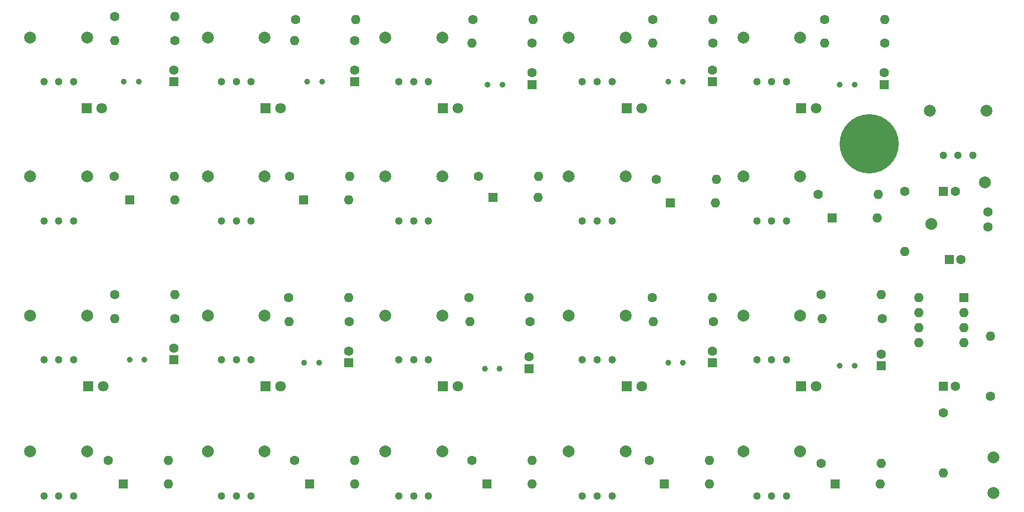
<source format=gbr>
%TF.GenerationSoftware,KiCad,Pcbnew,8.0.7*%
%TF.CreationDate,2025-01-19T09:45:11-05:00*%
%TF.ProjectId,drone_ting,64726f6e-655f-4746-996e-672e6b696361,rev?*%
%TF.SameCoordinates,Original*%
%TF.FileFunction,Soldermask,Bot*%
%TF.FilePolarity,Negative*%
%FSLAX46Y46*%
G04 Gerber Fmt 4.6, Leading zero omitted, Abs format (unit mm)*
G04 Created by KiCad (PCBNEW 8.0.7) date 2025-01-19 09:45:11*
%MOMM*%
%LPD*%
G01*
G04 APERTURE LIST*
%ADD10R,1.800000X1.800000*%
%ADD11C,1.800000*%
%ADD12C,2.000000*%
%ADD13C,1.300000*%
%ADD14C,10.000000*%
%ADD15C,1.600000*%
%ADD16O,1.600000X1.600000*%
%ADD17C,1.000000*%
%ADD18R,1.600000X1.600000*%
G04 APERTURE END LIST*
D10*
%TO.C,D2*%
X53960000Y-99000000D03*
D11*
X56500000Y-99000000D03*
%TD*%
D10*
%TO.C,D22*%
X174460000Y-99000000D03*
D11*
X177000000Y-99000000D03*
%TD*%
D12*
%TO.C,REF\u002A\u002A*%
X207000000Y-111000000D03*
%TD*%
D13*
%TO.C,RV7*%
X76500000Y-47500000D03*
X79000000Y-47500000D03*
X81500000Y-47500000D03*
D12*
X74200000Y-40000000D03*
X83800000Y-40000000D03*
%TD*%
D13*
%TO.C,RV13*%
X106500000Y-47500000D03*
X109000000Y-47500000D03*
X111500000Y-47500000D03*
D12*
X104200000Y-40000000D03*
X113800000Y-40000000D03*
%TD*%
D13*
%TO.C,RV24*%
X167000000Y-71000000D03*
X169500000Y-71000000D03*
X172000000Y-71000000D03*
D12*
X164700000Y-63500000D03*
X174300000Y-63500000D03*
%TD*%
D13*
%TO.C,RV18*%
X137500000Y-94500000D03*
X140000000Y-94500000D03*
X142500000Y-94500000D03*
D12*
X135200000Y-87000000D03*
X144800000Y-87000000D03*
%TD*%
D13*
%TO.C,RV16*%
X106500000Y-117500000D03*
X109000000Y-117500000D03*
X111500000Y-117500000D03*
D12*
X104200000Y-110000000D03*
X113800000Y-110000000D03*
%TD*%
D13*
%TO.C,RV15*%
X106500000Y-71000000D03*
X109000000Y-71000000D03*
X111500000Y-71000000D03*
D12*
X104200000Y-63500000D03*
X113800000Y-63500000D03*
%TD*%
D10*
%TO.C,D7*%
X83960000Y-52000000D03*
D11*
X86500000Y-52000000D03*
%TD*%
D13*
%TO.C,RV14*%
X106500000Y-94500000D03*
X109000000Y-94500000D03*
X111500000Y-94500000D03*
D12*
X104200000Y-87000000D03*
X113800000Y-87000000D03*
%TD*%
D13*
%TO.C,RV17*%
X137500000Y-47500000D03*
X140000000Y-47500000D03*
X142500000Y-47500000D03*
D12*
X135200000Y-40000000D03*
X144800000Y-40000000D03*
%TD*%
D10*
%TO.C,D1*%
X53728872Y-52000000D03*
D11*
X56268872Y-52000000D03*
%TD*%
D12*
%TO.C,REF\u002A\u002A*%
X205500000Y-64500000D03*
%TD*%
D10*
%TO.C,D13*%
X113960000Y-52000000D03*
D11*
X116500000Y-52000000D03*
%TD*%
D13*
%TO.C,RV2*%
X46500000Y-94500000D03*
X49000000Y-94500000D03*
X51500000Y-94500000D03*
D12*
X44200000Y-87000000D03*
X53800000Y-87000000D03*
%TD*%
D10*
%TO.C,D14*%
X113960000Y-99000000D03*
D11*
X116500000Y-99000000D03*
%TD*%
D12*
%TO.C,REF\u002A\u002A*%
X196500000Y-71500000D03*
%TD*%
D10*
%TO.C,D21*%
X174500000Y-52000000D03*
D11*
X177040000Y-52000000D03*
%TD*%
D13*
%TO.C,RV10*%
X76500000Y-71000000D03*
X79000000Y-71000000D03*
X81500000Y-71000000D03*
D12*
X74200000Y-63500000D03*
X83800000Y-63500000D03*
%TD*%
D10*
%TO.C,D8*%
X83960000Y-99000000D03*
D11*
X86500000Y-99000000D03*
%TD*%
D13*
%TO.C,RV8*%
X76500000Y-94500000D03*
X79000000Y-94500000D03*
X81500000Y-94500000D03*
D12*
X74200000Y-87000000D03*
X83800000Y-87000000D03*
%TD*%
%TO.C,REF\u002A\u002A*%
X207000000Y-117000000D03*
%TD*%
D13*
%TO.C,RV23*%
X198500000Y-59887500D03*
X201000000Y-59887500D03*
X203500000Y-59887500D03*
D12*
X196200000Y-52387500D03*
X205800000Y-52387500D03*
%TD*%
D13*
%TO.C,RV22*%
X167000000Y-94500000D03*
X169500000Y-94500000D03*
X172000000Y-94500000D03*
D12*
X164700000Y-87000000D03*
X174300000Y-87000000D03*
%TD*%
D13*
%TO.C,RV20*%
X137500000Y-117500000D03*
X140000000Y-117500000D03*
X142500000Y-117500000D03*
D12*
X135200000Y-110000000D03*
X144800000Y-110000000D03*
%TD*%
D10*
%TO.C,D18*%
X144960000Y-99000000D03*
D11*
X147500000Y-99000000D03*
%TD*%
D14*
%TO.C,REF\u002A\u002A*%
X186000000Y-58000000D03*
%TD*%
D13*
%TO.C,RV25*%
X167000000Y-117500000D03*
X169500000Y-117500000D03*
X172000000Y-117500000D03*
D12*
X164700000Y-110000000D03*
X174300000Y-110000000D03*
%TD*%
D13*
%TO.C,RV11*%
X76500000Y-117500000D03*
X79000000Y-117500000D03*
X81500000Y-117500000D03*
D12*
X74200000Y-110000000D03*
X83800000Y-110000000D03*
%TD*%
D13*
%TO.C,RV4*%
X46500000Y-71000000D03*
X49000000Y-71000000D03*
X51500000Y-71000000D03*
D12*
X44200000Y-63500000D03*
X53800000Y-63500000D03*
%TD*%
D10*
%TO.C,D17*%
X145000000Y-52000000D03*
D11*
X147540000Y-52000000D03*
%TD*%
D13*
%TO.C,RV19*%
X137500000Y-71000000D03*
X140000000Y-71000000D03*
X142500000Y-71000000D03*
D12*
X135200000Y-63500000D03*
X144800000Y-63500000D03*
%TD*%
D13*
%TO.C,RV21*%
X167000000Y-47500000D03*
X169500000Y-47500000D03*
X172000000Y-47500000D03*
D12*
X164700000Y-40000000D03*
X174300000Y-40000000D03*
%TD*%
D13*
%TO.C,RV5*%
X46500000Y-117500000D03*
X49000000Y-117500000D03*
X51500000Y-117500000D03*
D12*
X44200000Y-110000000D03*
X53800000Y-110000000D03*
%TD*%
D13*
%TO.C,RV1*%
X46500000Y-47500000D03*
X49000000Y-47500000D03*
X51500000Y-47500000D03*
D12*
X44200000Y-40000000D03*
X53800000Y-40000000D03*
%TD*%
D15*
%TO.C,R23*%
X119920000Y-63500000D03*
D16*
X130080000Y-63500000D03*
%TD*%
D15*
%TO.C,R2*%
X58500000Y-83500000D03*
D16*
X68660000Y-83500000D03*
%TD*%
D15*
%TO.C,R28*%
X159580000Y-41000000D03*
D16*
X149420000Y-41000000D03*
%TD*%
D15*
%TO.C,R11*%
X87840000Y-84000000D03*
D16*
X98000000Y-84000000D03*
%TD*%
D17*
%TO.C,Q11*%
X183500000Y-48000000D03*
X181000000Y-48000000D03*
%TD*%
D18*
%TO.C,D23*%
X179690000Y-70500000D03*
D16*
X187310000Y-70500000D03*
%TD*%
D18*
%TO.C,D16*%
X121380000Y-115500000D03*
D16*
X129000000Y-115500000D03*
%TD*%
D15*
%TO.C,R22*%
X128660000Y-88000000D03*
D16*
X118500000Y-88000000D03*
%TD*%
D15*
%TO.C,R37*%
X188160000Y-87500000D03*
D16*
X178000000Y-87500000D03*
%TD*%
D17*
%TO.C,Q8*%
X123500000Y-96000000D03*
X121000000Y-96000000D03*
%TD*%
D15*
%TO.C,R29*%
X159660000Y-88000000D03*
D16*
X149500000Y-88000000D03*
%TD*%
D17*
%TO.C,Q7*%
X124000000Y-48000000D03*
X121500000Y-48000000D03*
%TD*%
D15*
%TO.C,R31*%
X148840000Y-111500000D03*
D16*
X159000000Y-111500000D03*
%TD*%
D15*
%TO.C,R35*%
X177840000Y-83500000D03*
D16*
X188000000Y-83500000D03*
%TD*%
D17*
%TO.C,Q2*%
X63500000Y-94500000D03*
X61000000Y-94500000D03*
%TD*%
D15*
%TO.C,C16*%
X206000000Y-69500000D03*
X206000000Y-72000000D03*
%TD*%
D18*
%TO.C,C9*%
X198500000Y-99000000D03*
D15*
X200500000Y-99000000D03*
%TD*%
%TO.C,R21*%
X129000000Y-41000000D03*
D16*
X118840000Y-41000000D03*
%TD*%
D18*
%TO.C,C7*%
X129000000Y-48000000D03*
D15*
X129000000Y-46000000D03*
%TD*%
D18*
%TO.C,C2*%
X68500000Y-94500000D03*
D15*
X68500000Y-92500000D03*
%TD*%
%TO.C,R32*%
X206500000Y-100660000D03*
D16*
X206500000Y-90500000D03*
%TD*%
D17*
%TO.C,Q1*%
X62500000Y-47500000D03*
X60000000Y-47500000D03*
%TD*%
D15*
%TO.C,R13*%
X99000000Y-40500000D03*
D16*
X88840000Y-40500000D03*
%TD*%
D15*
%TO.C,R4*%
X68660000Y-40500000D03*
D16*
X58500000Y-40500000D03*
%TD*%
D17*
%TO.C,Q12*%
X183500000Y-95500000D03*
X181000000Y-95500000D03*
%TD*%
%TO.C,Q4*%
X93500000Y-47500000D03*
X91000000Y-47500000D03*
%TD*%
D15*
%TO.C,R19*%
X119000000Y-37000000D03*
D16*
X129160000Y-37000000D03*
%TD*%
D18*
%TO.C,C14*%
X199500000Y-77500000D03*
D15*
X201500000Y-77500000D03*
%TD*%
D18*
%TO.C,D4*%
X61000000Y-67500000D03*
D16*
X68620000Y-67500000D03*
%TD*%
D18*
%TO.C,D24*%
X180190000Y-115500000D03*
D16*
X187810000Y-115500000D03*
%TD*%
D17*
%TO.C,Q5*%
X93000000Y-95000000D03*
X90500000Y-95000000D03*
%TD*%
D15*
%TO.C,R36*%
X188580000Y-41000000D03*
D16*
X178420000Y-41000000D03*
%TD*%
D18*
%TO.C,D20*%
X151380000Y-115500000D03*
D16*
X159000000Y-115500000D03*
%TD*%
D18*
%TO.C,D10*%
X90380000Y-67500000D03*
D16*
X98000000Y-67500000D03*
%TD*%
D18*
%TO.C,C1*%
X68500000Y-47500000D03*
D15*
X68500000Y-45500000D03*
%TD*%
%TO.C,R24*%
X118840000Y-111500000D03*
D16*
X129000000Y-111500000D03*
%TD*%
D18*
%TO.C,D19*%
X152380000Y-68000000D03*
D16*
X160000000Y-68000000D03*
%TD*%
D17*
%TO.C,Q9*%
X154500000Y-47500000D03*
X152000000Y-47500000D03*
%TD*%
D15*
%TO.C,R10*%
X89000000Y-37000000D03*
D16*
X99160000Y-37000000D03*
%TD*%
D18*
%TO.C,C8*%
X128500000Y-96000000D03*
D15*
X128500000Y-94000000D03*
%TD*%
D18*
%TO.C,U1*%
X202000000Y-84000000D03*
D16*
X202000000Y-86540000D03*
X202000000Y-89080000D03*
X202000000Y-91620000D03*
X194380000Y-91620000D03*
X194380000Y-89080000D03*
X194380000Y-86540000D03*
X194380000Y-84000000D03*
%TD*%
D17*
%TO.C,Q10*%
X154500000Y-95000000D03*
X152000000Y-95000000D03*
%TD*%
D15*
%TO.C,R33*%
X192000000Y-66000000D03*
D16*
X192000000Y-76160000D03*
%TD*%
D15*
%TO.C,R5*%
X68660000Y-87500000D03*
D16*
X58500000Y-87500000D03*
%TD*%
D15*
%TO.C,R8*%
X57340000Y-111500000D03*
D16*
X67500000Y-111500000D03*
%TD*%
D18*
%TO.C,C5*%
X98000000Y-95000000D03*
D15*
X98000000Y-93000000D03*
%TD*%
%TO.C,R25*%
X198500000Y-103420000D03*
D16*
X198500000Y-113580000D03*
%TD*%
D15*
%TO.C,R34*%
X178420000Y-37000000D03*
D16*
X188580000Y-37000000D03*
%TD*%
D15*
%TO.C,R27*%
X149340000Y-84000000D03*
D16*
X159500000Y-84000000D03*
%TD*%
D18*
%TO.C,C15*%
X198500000Y-66000000D03*
D15*
X200500000Y-66000000D03*
%TD*%
%TO.C,R38*%
X177340000Y-66500000D03*
D16*
X187500000Y-66500000D03*
%TD*%
D18*
%TO.C,C4*%
X99000000Y-47500000D03*
D15*
X99000000Y-45500000D03*
%TD*%
D18*
%TO.C,C12*%
X188500000Y-48000000D03*
D15*
X188500000Y-46000000D03*
%TD*%
%TO.C,R14*%
X98080000Y-88000000D03*
D16*
X87920000Y-88000000D03*
%TD*%
D18*
%TO.C,D5*%
X59880000Y-115500000D03*
D16*
X67500000Y-115500000D03*
%TD*%
D15*
%TO.C,R1*%
X58500000Y-36500000D03*
D16*
X68660000Y-36500000D03*
%TD*%
D15*
%TO.C,R7*%
X58420000Y-63500000D03*
D16*
X68580000Y-63500000D03*
%TD*%
D15*
%TO.C,R16*%
X88000000Y-63500000D03*
D16*
X98160000Y-63500000D03*
%TD*%
D15*
%TO.C,R30*%
X150000000Y-64000000D03*
D16*
X160160000Y-64000000D03*
%TD*%
D18*
%TO.C,D11*%
X91380000Y-115500000D03*
D16*
X99000000Y-115500000D03*
%TD*%
D15*
%TO.C,R17*%
X88840000Y-111500000D03*
D16*
X99000000Y-111500000D03*
%TD*%
D15*
%TO.C,R26*%
X149420000Y-37000000D03*
D16*
X159580000Y-37000000D03*
%TD*%
D18*
%TO.C,C11*%
X159500000Y-95000000D03*
D15*
X159500000Y-93000000D03*
%TD*%
D18*
%TO.C,C13*%
X188000000Y-95500000D03*
D15*
X188000000Y-93500000D03*
%TD*%
%TO.C,R39*%
X177840000Y-112000000D03*
D16*
X188000000Y-112000000D03*
%TD*%
D15*
%TO.C,R20*%
X118340000Y-84000000D03*
D16*
X128500000Y-84000000D03*
%TD*%
D18*
%TO.C,D15*%
X122380000Y-67000000D03*
D16*
X130000000Y-67000000D03*
%TD*%
D18*
%TO.C,C10*%
X159500000Y-47500000D03*
D15*
X159500000Y-45500000D03*
%TD*%
M02*

</source>
